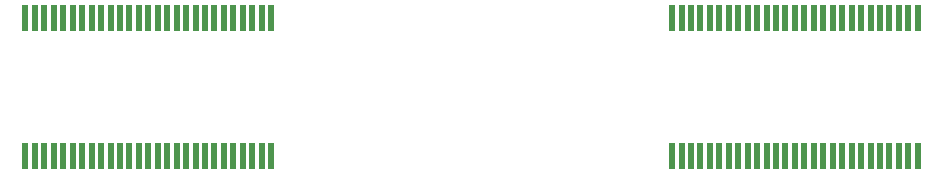
<source format=gbp>
G04*
G04 #@! TF.GenerationSoftware,Altium Limited,Altium Designer,21.8.1 (53)*
G04*
G04 Layer_Color=128*
%FSLAX25Y25*%
%MOIN*%
G70*
G04*
G04 #@! TF.SameCoordinates,5DCC281E-C3AB-4BB6-AEF3-D9D34D3A5336*
G04*
G04*
G04 #@! TF.FilePolarity,Positive*
G04*
G01*
G75*
%ADD35R,0.02000X0.09000*%
D35*
X299736Y307339D02*
D03*
X296587D02*
D03*
X293437D02*
D03*
X290287D02*
D03*
X287138D02*
D03*
X283988D02*
D03*
X280839D02*
D03*
X277689D02*
D03*
X274539D02*
D03*
X271390D02*
D03*
X268240D02*
D03*
X265090D02*
D03*
X261941D02*
D03*
X258791D02*
D03*
X255642D02*
D03*
X252492D02*
D03*
X249342D02*
D03*
X246193D02*
D03*
X243043D02*
D03*
X239894D02*
D03*
X236744D02*
D03*
X233594D02*
D03*
X230445D02*
D03*
X227295D02*
D03*
X224146D02*
D03*
X220996D02*
D03*
X217846D02*
D03*
Y353402D02*
D03*
X220996D02*
D03*
X224146D02*
D03*
X227295D02*
D03*
X230445D02*
D03*
X233594D02*
D03*
X236744D02*
D03*
X239894D02*
D03*
X243043D02*
D03*
X246193D02*
D03*
X249342D02*
D03*
X252492D02*
D03*
X255642D02*
D03*
X258791D02*
D03*
X261941D02*
D03*
X265090D02*
D03*
X268240D02*
D03*
X271390D02*
D03*
X274539D02*
D03*
X277689D02*
D03*
X280839D02*
D03*
X283988D02*
D03*
X287138D02*
D03*
X290287D02*
D03*
X293437D02*
D03*
X296587D02*
D03*
X299736D02*
D03*
X515281Y307120D02*
D03*
X512132D02*
D03*
X508982D02*
D03*
X505833D02*
D03*
X502683D02*
D03*
X499534D02*
D03*
X496384D02*
D03*
X493234D02*
D03*
X490085D02*
D03*
X486935D02*
D03*
X483785D02*
D03*
X480636D02*
D03*
X477486D02*
D03*
X474337D02*
D03*
X471187D02*
D03*
X468037D02*
D03*
X464888D02*
D03*
X461738D02*
D03*
X458589D02*
D03*
X455439D02*
D03*
X452289D02*
D03*
X449140D02*
D03*
X445990D02*
D03*
X442840D02*
D03*
X439691D02*
D03*
X436541D02*
D03*
X433392D02*
D03*
Y353183D02*
D03*
X436541D02*
D03*
X439691D02*
D03*
X442840D02*
D03*
X445990D02*
D03*
X449140D02*
D03*
X452289D02*
D03*
X455439D02*
D03*
X458589D02*
D03*
X461738D02*
D03*
X464888D02*
D03*
X468037D02*
D03*
X471187D02*
D03*
X474337D02*
D03*
X477486D02*
D03*
X480636D02*
D03*
X483785D02*
D03*
X486935D02*
D03*
X490085Y353183D02*
D03*
X493234Y353183D02*
D03*
X496384D02*
D03*
X499534D02*
D03*
X502683D02*
D03*
X505833D02*
D03*
X508982Y353183D02*
D03*
X512132D02*
D03*
X515281Y353183D02*
D03*
M02*

</source>
